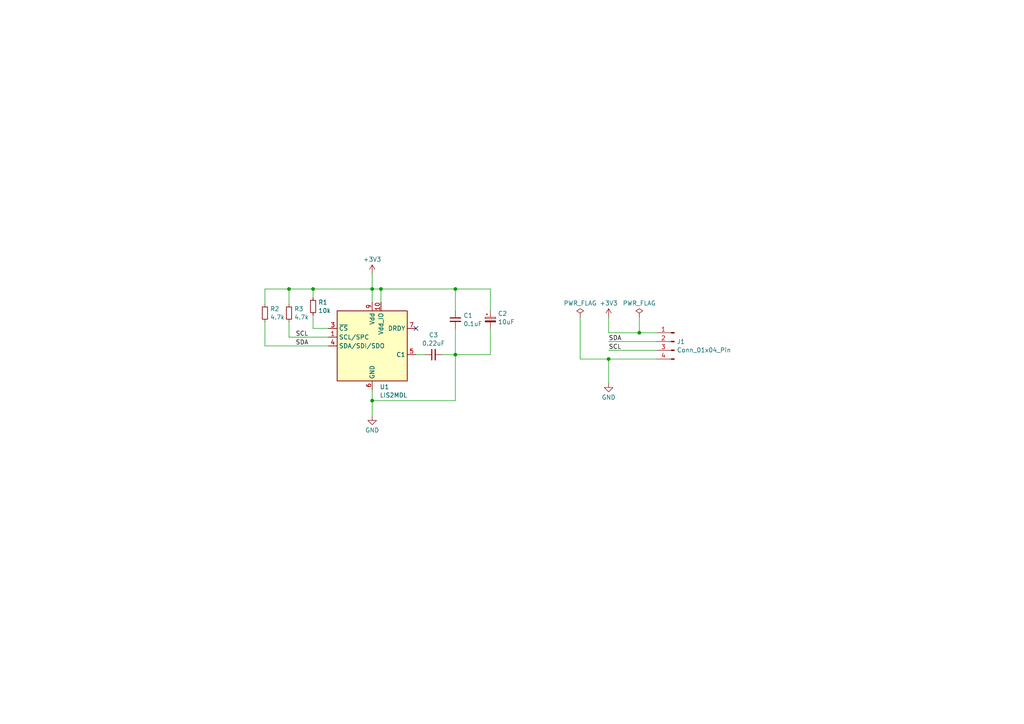
<source format=kicad_sch>
(kicad_sch (version 20230121) (generator eeschema)
  (paper "A4")
  (lib_symbols
    (symbol "Connector:Conn_01x04_Pin" (pin_names (offset 1.016) hide)
      (property "Reference" "J" (at 0 5.08 0))
      (property "Value" "Conn_01x04_Pin" (at 0 -7.62 0))
      (symbol "Conn_01x04_Pin_1_1"
        (polyline (pts (xy 1.27 -5.08) (xy 0.8636 -5.08)) (stroke (width 0.1524)))
        (polyline (pts (xy 1.27 -2.54) (xy 0.8636 -2.54)) (stroke (width 0.1524)))
        (polyline (pts (xy 1.27 0) (xy 0.8636 0)) (stroke (width 0.1524)))
        (polyline (pts (xy 1.27 2.54) (xy 0.8636 2.54)) (stroke (width 0.1524)))
        (rectangle (start 0.8636 -4.953) (end 0 -5.207) (stroke (width 0.1524)) (fill (type outline)))
        (rectangle (start 0.8636 -2.413) (end 0 -2.667) (stroke (width 0.1524)) (fill (type outline)))
        (rectangle (start 0.8636 0.127) (end 0 -0.127) (stroke (width 0.1524)) (fill (type outline)))
        (rectangle (start 0.8636 2.667) (end 0 2.413) (stroke (width 0.1524)) (fill (type outline)))
        (pin passive line (at 5.08 2.54 180) (length 3.81) (name "Pin_1") (number "1"))
        (pin passive line (at 5.08 0 180) (length 3.81) (name "Pin_2") (number "2"))
        (pin passive line (at 5.08 -2.54 180) (length 3.81) (name "Pin_3") (number "3"))
        (pin passive line (at 5.08 -5.08 180) (length 3.81) (name "Pin_4") (number "4"))
      )
    )
    (symbol "Device:C_Polarized_Small" (pin_numbers hide) (pin_names (offset 0.254) hide)
      (property "Reference" "C" (at 0.254 1.778 0))
      (property "Value" "C_Polarized_Small" (at 0.254 -2.032 0))
      (symbol "C_Polarized_Small_0_1"
        (rectangle (start -1.524 -0.3048) (end 1.524 -0.6858) (fill (type outline)))
        (rectangle (start -1.524 0.6858) (end 1.524 0.3048))
        (polyline (pts (xy -1.27 1.524) (xy -0.762 1.524)))
        (polyline (pts (xy -1.016 1.27) (xy -1.016 1.778)))
      )
      (symbol "C_Polarized_Small_1_1"
        (pin passive line (at 0 2.54 270) (length 1.8542) (name "~") (number "1"))
        (pin passive line (at 0 -2.54 90) (length 1.8542) (name "~") (number "2"))
      )
    )
    (symbol "Device:C_Small" (pin_numbers hide) (pin_names (offset 0.254) hide)
      (property "Reference" "C" (at 0.254 1.778 0))
      (property "Value" "C_Small" (at 0.254 -2.032 0))
      (symbol "C_Small_0_1"
        (polyline (pts (xy -1.524 -0.508) (xy 1.524 -0.508)) (stroke (width 0.3302)))
        (polyline (pts (xy -1.524 0.508) (xy 1.524 0.508)) (stroke (width 0.3048)))
      )
      (symbol "C_Small_1_1"
        (pin passive line (at 0 2.54 270) (length 2.032) (name "~") (number "1"))
        (pin passive line (at 0 -2.54 90) (length 2.032) (name "~") (number "2"))
      )
    )
    (symbol "Device:R_Small" (pin_numbers hide) (pin_names (offset 0.254) hide)
      (property "Reference" "R" (at 0.762 0.508 0))
      (property "Value" "R_Small" (at 0.762 -1.016 0))
      (symbol "R_Small_0_1"
        (rectangle (start -0.762 1.778) (end 0.762 -1.778) (stroke (width 0.2032)))
      )
      (symbol "R_Small_1_1"
        (pin passive line (at 0 2.54 270) (length 0.762) (name "~") (number "1"))
        (pin passive line (at 0 -2.54 90) (length 0.762) (name "~") (number "2"))
      )
    )
    (symbol "Sensor_Magnetic:LIS2MDL"
      (property "Reference" "U" (at -8.89 11.43 0))
      (property "Value" "LIS2MDL" (at 7.62 11.43 0))
      (symbol "LIS2MDL_0_1"
        (rectangle (start -10.16 10.16) (end 10.16 -10.16) (stroke (width 0.254)) (fill (type background)))
      )
      (symbol "LIS2MDL_1_1"
        (pin input line (at -12.7 2.54 0) (length 2.54) (name "SCL/SPC") (number "1"))
        (pin power_in line (at 2.54 12.7 270) (length 2.54) (name "Vdd_IO") (number "10"))
        (pin no_connect line (at -10.16 -7.62 0) (length 2.54) hide (name "NC") (number "11"))
        (pin no_connect line (at 10.16 -7.62 180) (length 2.54) hide (name "NC") (number "12"))
        (pin no_connect line (at -10.16 -5.08 0) (length 2.54) hide (name "NC") (number "2"))
        (pin input line (at -12.7 5.08 0) (length 2.54) (name "~{CS}") (number "3"))
        (pin bidirectional line (at -12.7 0 0) (length 2.54) (name "SDA/SDI/SDO") (number "4"))
        (pin power_out line (at 12.7 -2.54 180) (length 2.54) (name "C1") (number "5"))
        (pin power_in line (at 0 -12.7 90) (length 2.54) (name "GND") (number "6"))
        (pin output line (at 12.7 5.08 180) (length 2.54) (name "DRDY") (number "7"))
        (pin passive line (at 0 -12.7 90) (length 2.54) hide (name "GND") (number "8"))
        (pin power_in line (at 0 12.7 270) (length 2.54) (name "Vdd") (number "9"))
      )
    )
    (symbol "power:+3V3" (power) (pin_names (offset 0))
      (property "Value" "+3V3" (at 0 3.556 0))
      (symbol "+3V3_0_1"
        (polyline (pts (xy -0.762 1.27) (xy 0 2.54)))
        (polyline (pts (xy 0 0) (xy 0 2.54)))
        (polyline (pts (xy 0 2.54) (xy 0.762 1.27)))
      )
      (symbol "+3V3_1_1"
        (pin power_in line (at 0 0 90) (length 0) hide (name "+3V3") (number "1"))
      )
    )
    (symbol "power:GND" (power) (pin_names (offset 0))
      (property "Value" "GND" (at 0 -3.81 0))
      (symbol "GND_0_1"
        (polyline (pts (xy 0 0) (xy 0 -1.27) (xy 1.27 -1.27) (xy 0 -2.54) (xy -1.27 -1.27) (xy 0 -1.27)))
      )
      (symbol "GND_1_1"
        (pin power_in line (at 0 0 270) (length 0) hide (name "GND") (number "1"))
      )
    )
    (symbol "power:PWR_FLAG" (power) (pin_numbers hide) (pin_names (offset 0) hide)
      (property "Value" "PWR_FLAG" (at 0 3.81 0))
      (symbol "PWR_FLAG_0_0"
        (pin power_out line (at 0 0 90) (length 0) (name "pwr") (number "1"))
      )
      (symbol "PWR_FLAG_0_1"
        (polyline (pts (xy 0 0) (xy 0 1.27) (xy -1.016 1.905) (xy 0 2.54) (xy 1.016 1.905) (xy 0 1.27)))
      )
    )
  )
  (junction (at 132.08 83.82))
  (junction (at 132.08 102.87))
  (junction (at 83.82 83.82))
  (junction (at 185.42 96.52))
  (junction (at 107.95 116.205))
  (junction (at 110.49 83.82))
  (junction (at 107.95 83.82))
  (junction (at 176.53 104.14))
  (junction (at 90.805 83.82))
  (no_connect (at 120.65 95.25))
  (wire (pts (xy 95.25 100.33) (xy 76.835 100.33)))
  (wire (pts (xy 142.24 102.87) (xy 132.08 102.87)))
  (wire (pts (xy 142.24 83.82) (xy 142.24 90.17)))
  (wire (pts (xy 110.49 87.63) (xy 110.49 83.82)))
  (wire (pts (xy 176.53 104.14) (xy 176.53 111.125)))
  (wire (pts (xy 83.82 93.345) (xy 83.82 97.79)))
  (wire (pts (xy 176.53 92.075) (xy 176.53 96.52)))
  (wire (pts (xy 120.65 102.87) (xy 123.19 102.87)))
  (wire (pts (xy 83.82 83.82) (xy 83.82 88.265)))
  (wire (pts (xy 190.5 104.14) (xy 176.53 104.14)))
  (wire (pts (xy 83.82 97.79) (xy 95.25 97.79)))
  (wire (pts (xy 132.08 102.87) (xy 132.08 116.205)))
  (wire (pts (xy 132.08 83.82) (xy 142.24 83.82)))
  (wire (pts (xy 76.835 93.345) (xy 76.835 100.33)))
  (wire (pts (xy 142.24 95.25) (xy 142.24 102.87)))
  (wire (pts (xy 76.835 83.82) (xy 83.82 83.82)))
  (wire (pts (xy 176.53 101.6) (xy 190.5 101.6)))
  (wire (pts (xy 83.82 83.82) (xy 90.805 83.82)))
  (wire (pts (xy 132.08 116.205) (xy 107.95 116.205)))
  (wire (pts (xy 90.805 91.44) (xy 90.805 95.25)))
  (wire (pts (xy 107.95 79.375) (xy 107.95 83.82)))
  (wire (pts (xy 107.95 83.82) (xy 110.49 83.82)))
  (wire (pts (xy 132.08 83.82) (xy 132.08 90.17)))
  (wire (pts (xy 128.27 102.87) (xy 132.08 102.87)))
  (wire (pts (xy 185.42 96.52) (xy 190.5 96.52)))
  (wire (pts (xy 107.95 116.205) (xy 107.95 120.65)))
  (wire (pts (xy 90.805 95.25) (xy 95.25 95.25)))
  (wire (pts (xy 76.835 88.265) (xy 76.835 83.82)))
  (wire (pts (xy 107.95 87.63) (xy 107.95 83.82)))
  (wire (pts (xy 132.08 95.25) (xy 132.08 102.87)))
  (wire (pts (xy 168.275 92.075) (xy 168.275 104.14)))
  (wire (pts (xy 90.805 83.82) (xy 107.95 83.82)))
  (wire (pts (xy 107.95 113.03) (xy 107.95 116.205)))
  (wire (pts (xy 185.42 92.075) (xy 185.42 96.52)))
  (wire (pts (xy 176.53 96.52) (xy 185.42 96.52)))
  (wire (pts (xy 176.53 99.06) (xy 190.5 99.06)))
  (wire (pts (xy 176.53 104.14) (xy 168.275 104.14)))
  (wire (pts (xy 110.49 83.82) (xy 132.08 83.82)))
  (wire (pts (xy 90.805 83.82) (xy 90.805 86.36)))
  (label "SCL" (at 85.725 97.79 0))
  (label "SDA" (at 85.725 100.33 0))
  (label "SCL" (at 176.53 101.6 0))
  (label "SDA" (at 176.53 99.06 0))
  (symbol (lib_id "power:GND") (at 176.53 111.125 0) (unit 1)
    (property "Reference" "#PWR03" (effects hide))
    (property "Value" "GND" (at 176.53 115.2581 0))
  )
  (symbol (lib_id "power:+3V3") (at 176.53 92.075 0) (unit 1)
    (property "Reference" "#PWR02" (effects hide))
    (property "Value" "+3V3" (at 176.53 87.9419 0))
  )
  (symbol (lib_id "Device:R_Small") (at 83.82 90.805 0) (unit 1)
    (property "Reference" "R3" (at 85.3186 89.5929 0) (effects (justify left)))
    (property "Value" "4.7k" (at 85.3186 92.0171 0) (effects (justify left)))
    (property "Footprint" "Resistor_THT:R_Axial_DIN0204_L3.6mm_D1.6mm_P7.62mm_Horizontal" (effects hide))
  )
  (symbol (lib_id "power:PWR_FLAG") (at 168.275 92.075 0) (unit 1)
    (property "Reference" "#FLG01" (effects hide))
    (property "Value" "PWR_FLAG" (at 168.275 87.9419 0))
  )
  (symbol (lib_id "Device:R_Small") (at 76.835 90.805 0) (unit 1)
    (property "Reference" "R2" (at 78.3336 89.5929 0) (effects (justify left)))
    (property "Value" "4.7k" (at 78.3336 92.0171 0) (effects (justify left)))
    (property "Footprint" "Resistor_THT:R_Axial_DIN0204_L3.6mm_D1.6mm_P7.62mm_Horizontal" (effects hide))
  )
  (symbol (lib_id "power:+3V3") (at 107.95 79.375 0) (unit 1)
    (property "Reference" "#PWR01" (effects hide))
    (property "Value" "+3V3" (at 107.95 75.2419 0))
  )
  (symbol (lib_id "Connector:Conn_01x04_Pin") (at 195.58 99.06 0) (mirror y) (unit 1)
    (property "Reference" "J1" (at 196.2912 99.1179 0) (effects (justify right)))
    (property "Value" "Conn_01x04_Pin" (at 196.2912 101.5421 0) (effects (justify right)))
    (property "Footprint" "Connector_PinHeader_2.54mm:PinHeader_1x04_P2.54mm_Vertical" (effects hide))
  )
  (symbol (lib_id "Device:R_Small") (at 90.805 88.9 0) (unit 1)
    (property "Reference" "R1" (at 92.3036 87.6879 0) (effects (justify left)))
    (property "Value" "10k" (at 92.3036 90.1121 0) (effects (justify left)))
    (property "Footprint" "Resistor_THT:R_Axial_DIN0204_L3.6mm_D1.6mm_P7.62mm_Horizontal" (effects hide))
  )
  (symbol (lib_id "Sensor_Magnetic:LIS2MDL") (at 107.95 100.33 0) (unit 1)
    (property "Reference" "U1" (at 110.1441 112.2101 0) (effects (justify left)))
    (property "Value" "LIS2MDL" (at 110.1441 114.6343 0) (effects (justify left)))
    (property "Footprint" "Package_LGA:LGA-12_2x2mm_P0.5mm" (effects hide))
    (property "Datasheet" "https://www.st.com/resource/en/datasheet/lis2mdl.pdf" (effects hide))
  )
  (symbol (lib_id "Device:C_Polarized_Small") (at 142.24 92.71 0) (unit 1)
    (property "Reference" "C2" (at 144.399 90.9518 0) (effects (justify left)))
    (property "Value" "10uF" (at 144.399 93.376 0) (effects (justify left)))
    (property "Footprint" "Capacitor_THT:CP_Radial_D5.0mm_P2.50mm" (effects hide))
  )
  (symbol (lib_id "power:PWR_FLAG") (at 185.42 92.075 0) (unit 1)
    (property "Reference" "#FLG02" (effects hide))
    (property "Value" "PWR_FLAG" (at 185.42 87.9419 0))
  )
  (symbol (lib_id "power:GND") (at 107.95 120.65 0) (unit 1)
    (property "Reference" "#PWR04" (effects hide))
    (property "Value" "GND" (at 107.95 124.7831 0))
  )
  (symbol (lib_id "Device:C_Small") (at 125.73 102.87 90) (unit 1)
    (property "Reference" "C3" (at 125.7363 97.1636 90))
    (property "Value" "0.22uF" (at 125.7363 99.5878 90))
    (property "Footprint" "Capacitor_THT:C_Disc_D3.0mm_W2.0mm_P2.50mm" (effects hide))
  )
  (symbol (lib_id "Device:C_Small") (at 132.08 92.71 0) (unit 1)
    (property "Reference" "C1" (at 134.4041 91.5042 0) (effects (justify left)))
    (property "Value" "0.1uF" (at 134.4041 93.9284 0) (effects (justify left)))
    (property "Footprint" "Capacitor_THT:C_Disc_D3.0mm_W2.0mm_P2.50mm" (effects hide))
  )
)
</source>
